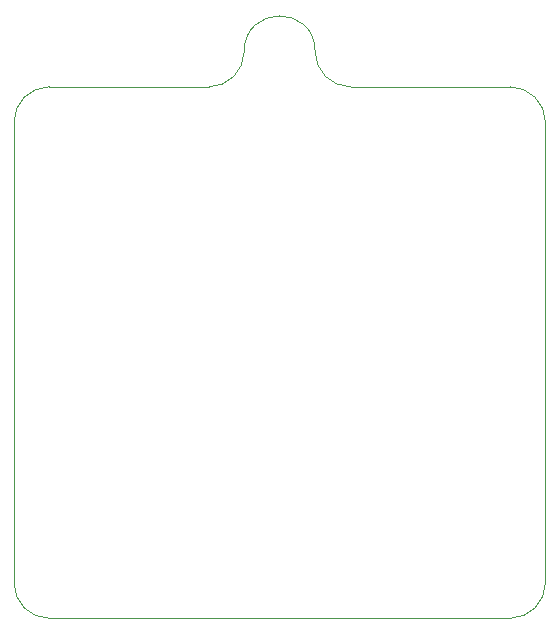
<source format=gbr>
G04 #@! TF.FileFunction,Profile,NP*
%FSLAX46Y46*%
G04 Gerber Fmt 4.6, Leading zero omitted, Abs format (unit mm)*
G04 Created by KiCad (PCBNEW 4.0.4-stable) date 02/01/17 13:50:24*
%MOMM*%
%LPD*%
G01*
G04 APERTURE LIST*
%ADD10C,0.100000*%
G04 APERTURE END LIST*
D10*
X142000000Y-100000000D02*
X128500000Y-100000000D01*
X125500000Y-97000000D02*
G75*
G03X128500000Y-100000000I3000000J0D01*
G01*
X125500000Y-97000000D02*
G75*
G03X119500000Y-97000000I-3000000J0D01*
G01*
X116500000Y-100000000D02*
G75*
G03X119500000Y-97000000I0J3000000D01*
G01*
X142000000Y-145000000D02*
G75*
G03X145000000Y-142000000I0J3000000D01*
G01*
X100000000Y-142000000D02*
G75*
G03X103000000Y-145000000I3000000J0D01*
G01*
X103000000Y-100000000D02*
G75*
G03X100000000Y-103000000I0J-3000000D01*
G01*
X145000000Y-103000000D02*
G75*
G03X142000000Y-100000000I-3000000J0D01*
G01*
X103000000Y-145000000D02*
X142000000Y-145000000D01*
X145000000Y-103000000D02*
X145000000Y-142000000D01*
X103000000Y-100000000D02*
X116500000Y-100000000D01*
X100000000Y-142000000D02*
X100000000Y-103000000D01*
M02*

</source>
